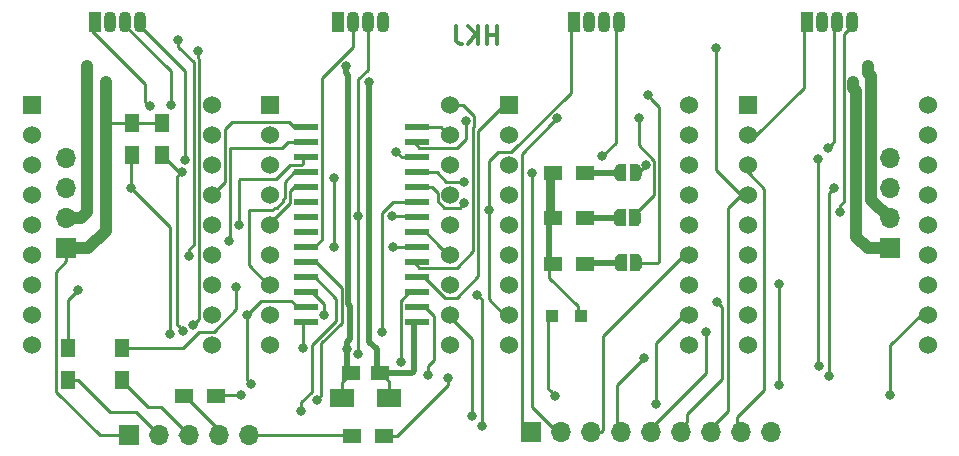
<source format=gbr>
G04 #@! TF.GenerationSoftware,KiCad,Pcbnew,(5.1.4)-1*
G04 #@! TF.CreationDate,2019-09-25T15:42:07+02:00*
G04 #@! TF.ProjectId,Display4x16segment,44697370-6c61-4793-9478-31367365676d,rev?*
G04 #@! TF.SameCoordinates,Original*
G04 #@! TF.FileFunction,Copper,L2,Bot*
G04 #@! TF.FilePolarity,Positive*
%FSLAX46Y46*%
G04 Gerber Fmt 4.6, Leading zero omitted, Abs format (unit mm)*
G04 Created by KiCad (PCBNEW (5.1.4)-1) date 2019-09-25 15:42:07*
%MOMM*%
%LPD*%
G04 APERTURE LIST*
%ADD10C,0.300000*%
%ADD11R,2.000000X1.600000*%
%ADD12R,1.500000X1.300000*%
%ADD13R,1.300000X1.500000*%
%ADD14R,1.700000X1.700000*%
%ADD15O,1.700000X1.700000*%
%ADD16C,1.524000*%
%ADD17R,1.524000X1.524000*%
%ADD18R,2.000000X0.600000*%
%ADD19C,0.500000*%
%ADD20C,0.100000*%
%ADD21R,1.070000X1.800000*%
%ADD22O,1.070000X1.800000*%
%ADD23R,1.000000X1.000000*%
%ADD24R,1.500000X1.250000*%
%ADD25C,0.800000*%
%ADD26C,0.500000*%
%ADD27C,1.000000*%
%ADD28C,0.250000*%
G04 APERTURE END LIST*
D10*
X191750000Y-104678571D02*
X191750000Y-103178571D01*
X191750000Y-103892857D02*
X190892857Y-103892857D01*
X190892857Y-104678571D02*
X190892857Y-103178571D01*
X190178571Y-104678571D02*
X190178571Y-103178571D01*
X189321428Y-104678571D02*
X189964285Y-103821428D01*
X189321428Y-103178571D02*
X190178571Y-104035714D01*
X188250000Y-103178571D02*
X188250000Y-104250000D01*
X188321428Y-104464285D01*
X188464285Y-104607142D01*
X188678571Y-104678571D01*
X188821428Y-104678571D01*
D11*
X182620000Y-134620000D03*
X178620000Y-134620000D03*
D12*
X179500000Y-137900000D03*
X182200000Y-137900000D03*
X165250000Y-134500000D03*
X167950000Y-134500000D03*
D13*
X160000000Y-133100000D03*
X160000000Y-130400000D03*
X155400000Y-133100000D03*
X155400000Y-130400000D03*
D14*
X160600000Y-137800000D03*
D15*
X163140000Y-137800000D03*
X165680000Y-137800000D03*
X168220000Y-137800000D03*
X170760000Y-137800000D03*
D14*
X225000000Y-122000000D03*
D15*
X225000000Y-119460000D03*
X225000000Y-116920000D03*
X225000000Y-114380000D03*
D16*
X228220000Y-109840000D03*
X228220000Y-112380000D03*
X228220000Y-114920000D03*
X228220000Y-117460000D03*
X228220000Y-120000000D03*
X228220000Y-122540000D03*
X228220000Y-125080000D03*
X228220000Y-127620000D03*
X228220000Y-130160000D03*
X212980000Y-130160000D03*
X212980000Y-127620000D03*
X212980000Y-125080000D03*
X212980000Y-122540000D03*
X212980000Y-120000000D03*
X212980000Y-117460000D03*
X212980000Y-114920000D03*
X212980000Y-112380000D03*
D17*
X212980000Y-109840000D03*
D18*
X175600000Y-128255000D03*
X175600000Y-126985000D03*
X175600000Y-125715000D03*
X175600000Y-124445000D03*
X175600000Y-123175000D03*
X175600000Y-121905000D03*
X175600000Y-120635000D03*
X175600000Y-119365000D03*
X175600000Y-118095000D03*
X175600000Y-116825000D03*
X175600000Y-115555000D03*
X175600000Y-114285000D03*
X175600000Y-113015000D03*
X175600000Y-111745000D03*
X185000000Y-111745000D03*
X185000000Y-113015000D03*
X185000000Y-114285000D03*
X185000000Y-115555000D03*
X185000000Y-116825000D03*
X185000000Y-118095000D03*
X185000000Y-119365000D03*
X185000000Y-120635000D03*
X185000000Y-121905000D03*
X185000000Y-123175000D03*
X185000000Y-124445000D03*
X185000000Y-125715000D03*
X185000000Y-126985000D03*
X185000000Y-128255000D03*
D16*
X208020000Y-109840000D03*
X208020000Y-112380000D03*
X208020000Y-114920000D03*
X208020000Y-117460000D03*
X208020000Y-120000000D03*
X208020000Y-122540000D03*
X208020000Y-125080000D03*
X208020000Y-127620000D03*
X208020000Y-130160000D03*
X192780000Y-130160000D03*
X192780000Y-127620000D03*
X192780000Y-125080000D03*
X192780000Y-122540000D03*
X192780000Y-120000000D03*
X192780000Y-117460000D03*
X192780000Y-114920000D03*
X192780000Y-112380000D03*
D17*
X192780000Y-109840000D03*
D16*
X187820000Y-109840000D03*
X187820000Y-112380000D03*
X187820000Y-114920000D03*
X187820000Y-117460000D03*
X187820000Y-120000000D03*
X187820000Y-122540000D03*
X187820000Y-125080000D03*
X187820000Y-127620000D03*
X187820000Y-130160000D03*
X172580000Y-130160000D03*
X172580000Y-127620000D03*
X172580000Y-125080000D03*
X172580000Y-122540000D03*
X172580000Y-120000000D03*
X172580000Y-117460000D03*
X172580000Y-114920000D03*
X172580000Y-112380000D03*
D17*
X172580000Y-109840000D03*
D16*
X167620000Y-109840000D03*
X167620000Y-112380000D03*
X167620000Y-114920000D03*
X167620000Y-117460000D03*
X167620000Y-120000000D03*
X167620000Y-122540000D03*
X167620000Y-125080000D03*
X167620000Y-127620000D03*
X167620000Y-130160000D03*
X152380000Y-130160000D03*
X152380000Y-127620000D03*
X152380000Y-125080000D03*
X152380000Y-122540000D03*
X152380000Y-120000000D03*
X152380000Y-117460000D03*
X152380000Y-114920000D03*
X152380000Y-112380000D03*
D17*
X152380000Y-109840000D03*
D13*
X160900000Y-114100000D03*
X160900000Y-111400000D03*
X163400000Y-114100000D03*
X163400000Y-111400000D03*
D12*
X196479460Y-123296680D03*
X199179460Y-123296680D03*
X196482000Y-119380000D03*
X199182000Y-119380000D03*
X196482000Y-115570000D03*
X199182000Y-115570000D03*
D19*
X202200000Y-115570000D03*
D20*
G36*
X202200000Y-116319398D02*
G01*
X202175466Y-116319398D01*
X202126635Y-116314588D01*
X202078510Y-116305016D01*
X202031555Y-116290772D01*
X201986222Y-116271995D01*
X201942949Y-116248864D01*
X201902150Y-116221604D01*
X201864221Y-116190476D01*
X201829524Y-116155779D01*
X201798396Y-116117850D01*
X201771136Y-116077051D01*
X201748005Y-116033778D01*
X201729228Y-115988445D01*
X201714984Y-115941490D01*
X201705412Y-115893365D01*
X201700602Y-115844534D01*
X201700602Y-115820000D01*
X201700000Y-115820000D01*
X201700000Y-115320000D01*
X201700602Y-115320000D01*
X201700602Y-115295466D01*
X201705412Y-115246635D01*
X201714984Y-115198510D01*
X201729228Y-115151555D01*
X201748005Y-115106222D01*
X201771136Y-115062949D01*
X201798396Y-115022150D01*
X201829524Y-114984221D01*
X201864221Y-114949524D01*
X201902150Y-114918396D01*
X201942949Y-114891136D01*
X201986222Y-114868005D01*
X202031555Y-114849228D01*
X202078510Y-114834984D01*
X202126635Y-114825412D01*
X202175466Y-114820602D01*
X202200000Y-114820602D01*
X202200000Y-114820000D01*
X202700000Y-114820000D01*
X202700000Y-116320000D01*
X202200000Y-116320000D01*
X202200000Y-116319398D01*
X202200000Y-116319398D01*
G37*
D19*
X203500000Y-115570000D03*
D20*
G36*
X203000000Y-114820000D02*
G01*
X203500000Y-114820000D01*
X203500000Y-114820602D01*
X203524534Y-114820602D01*
X203573365Y-114825412D01*
X203621490Y-114834984D01*
X203668445Y-114849228D01*
X203713778Y-114868005D01*
X203757051Y-114891136D01*
X203797850Y-114918396D01*
X203835779Y-114949524D01*
X203870476Y-114984221D01*
X203901604Y-115022150D01*
X203928864Y-115062949D01*
X203951995Y-115106222D01*
X203970772Y-115151555D01*
X203985016Y-115198510D01*
X203994588Y-115246635D01*
X203999398Y-115295466D01*
X203999398Y-115320000D01*
X204000000Y-115320000D01*
X204000000Y-115820000D01*
X203999398Y-115820000D01*
X203999398Y-115844534D01*
X203994588Y-115893365D01*
X203985016Y-115941490D01*
X203970772Y-115988445D01*
X203951995Y-116033778D01*
X203928864Y-116077051D01*
X203901604Y-116117850D01*
X203870476Y-116155779D01*
X203835779Y-116190476D01*
X203797850Y-116221604D01*
X203757051Y-116248864D01*
X203713778Y-116271995D01*
X203668445Y-116290772D01*
X203621490Y-116305016D01*
X203573365Y-116314588D01*
X203524534Y-116319398D01*
X203500000Y-116319398D01*
X203500000Y-116320000D01*
X203000000Y-116320000D01*
X203000000Y-114820000D01*
X203000000Y-114820000D01*
G37*
D19*
X202230000Y-123190000D03*
D20*
G36*
X202230000Y-123939398D02*
G01*
X202205466Y-123939398D01*
X202156635Y-123934588D01*
X202108510Y-123925016D01*
X202061555Y-123910772D01*
X202016222Y-123891995D01*
X201972949Y-123868864D01*
X201932150Y-123841604D01*
X201894221Y-123810476D01*
X201859524Y-123775779D01*
X201828396Y-123737850D01*
X201801136Y-123697051D01*
X201778005Y-123653778D01*
X201759228Y-123608445D01*
X201744984Y-123561490D01*
X201735412Y-123513365D01*
X201730602Y-123464534D01*
X201730602Y-123440000D01*
X201730000Y-123440000D01*
X201730000Y-122940000D01*
X201730602Y-122940000D01*
X201730602Y-122915466D01*
X201735412Y-122866635D01*
X201744984Y-122818510D01*
X201759228Y-122771555D01*
X201778005Y-122726222D01*
X201801136Y-122682949D01*
X201828396Y-122642150D01*
X201859524Y-122604221D01*
X201894221Y-122569524D01*
X201932150Y-122538396D01*
X201972949Y-122511136D01*
X202016222Y-122488005D01*
X202061555Y-122469228D01*
X202108510Y-122454984D01*
X202156635Y-122445412D01*
X202205466Y-122440602D01*
X202230000Y-122440602D01*
X202230000Y-122440000D01*
X202730000Y-122440000D01*
X202730000Y-123940000D01*
X202230000Y-123940000D01*
X202230000Y-123939398D01*
X202230000Y-123939398D01*
G37*
D19*
X203530000Y-123190000D03*
D20*
G36*
X203030000Y-122440000D02*
G01*
X203530000Y-122440000D01*
X203530000Y-122440602D01*
X203554534Y-122440602D01*
X203603365Y-122445412D01*
X203651490Y-122454984D01*
X203698445Y-122469228D01*
X203743778Y-122488005D01*
X203787051Y-122511136D01*
X203827850Y-122538396D01*
X203865779Y-122569524D01*
X203900476Y-122604221D01*
X203931604Y-122642150D01*
X203958864Y-122682949D01*
X203981995Y-122726222D01*
X204000772Y-122771555D01*
X204015016Y-122818510D01*
X204024588Y-122866635D01*
X204029398Y-122915466D01*
X204029398Y-122940000D01*
X204030000Y-122940000D01*
X204030000Y-123440000D01*
X204029398Y-123440000D01*
X204029398Y-123464534D01*
X204024588Y-123513365D01*
X204015016Y-123561490D01*
X204000772Y-123608445D01*
X203981995Y-123653778D01*
X203958864Y-123697051D01*
X203931604Y-123737850D01*
X203900476Y-123775779D01*
X203865779Y-123810476D01*
X203827850Y-123841604D01*
X203787051Y-123868864D01*
X203743778Y-123891995D01*
X203698445Y-123910772D01*
X203651490Y-123925016D01*
X203603365Y-123934588D01*
X203554534Y-123939398D01*
X203530000Y-123939398D01*
X203530000Y-123940000D01*
X203030000Y-123940000D01*
X203030000Y-122440000D01*
X203030000Y-122440000D01*
G37*
D19*
X202150000Y-119380000D03*
D20*
G36*
X202150000Y-120129398D02*
G01*
X202125466Y-120129398D01*
X202076635Y-120124588D01*
X202028510Y-120115016D01*
X201981555Y-120100772D01*
X201936222Y-120081995D01*
X201892949Y-120058864D01*
X201852150Y-120031604D01*
X201814221Y-120000476D01*
X201779524Y-119965779D01*
X201748396Y-119927850D01*
X201721136Y-119887051D01*
X201698005Y-119843778D01*
X201679228Y-119798445D01*
X201664984Y-119751490D01*
X201655412Y-119703365D01*
X201650602Y-119654534D01*
X201650602Y-119630000D01*
X201650000Y-119630000D01*
X201650000Y-119130000D01*
X201650602Y-119130000D01*
X201650602Y-119105466D01*
X201655412Y-119056635D01*
X201664984Y-119008510D01*
X201679228Y-118961555D01*
X201698005Y-118916222D01*
X201721136Y-118872949D01*
X201748396Y-118832150D01*
X201779524Y-118794221D01*
X201814221Y-118759524D01*
X201852150Y-118728396D01*
X201892949Y-118701136D01*
X201936222Y-118678005D01*
X201981555Y-118659228D01*
X202028510Y-118644984D01*
X202076635Y-118635412D01*
X202125466Y-118630602D01*
X202150000Y-118630602D01*
X202150000Y-118630000D01*
X202650000Y-118630000D01*
X202650000Y-120130000D01*
X202150000Y-120130000D01*
X202150000Y-120129398D01*
X202150000Y-120129398D01*
G37*
D19*
X203450000Y-119380000D03*
D20*
G36*
X202950000Y-118630000D02*
G01*
X203450000Y-118630000D01*
X203450000Y-118630602D01*
X203474534Y-118630602D01*
X203523365Y-118635412D01*
X203571490Y-118644984D01*
X203618445Y-118659228D01*
X203663778Y-118678005D01*
X203707051Y-118701136D01*
X203747850Y-118728396D01*
X203785779Y-118759524D01*
X203820476Y-118794221D01*
X203851604Y-118832150D01*
X203878864Y-118872949D01*
X203901995Y-118916222D01*
X203920772Y-118961555D01*
X203935016Y-119008510D01*
X203944588Y-119056635D01*
X203949398Y-119105466D01*
X203949398Y-119130000D01*
X203950000Y-119130000D01*
X203950000Y-119630000D01*
X203949398Y-119630000D01*
X203949398Y-119654534D01*
X203944588Y-119703365D01*
X203935016Y-119751490D01*
X203920772Y-119798445D01*
X203901995Y-119843778D01*
X203878864Y-119887051D01*
X203851604Y-119927850D01*
X203820476Y-119965779D01*
X203785779Y-120000476D01*
X203747850Y-120031604D01*
X203707051Y-120058864D01*
X203663778Y-120081995D01*
X203618445Y-120100772D01*
X203571490Y-120115016D01*
X203523365Y-120124588D01*
X203474534Y-120129398D01*
X203450000Y-120129398D01*
X203450000Y-120130000D01*
X202950000Y-120130000D01*
X202950000Y-118630000D01*
X202950000Y-118630000D01*
G37*
D14*
X155300000Y-122000000D03*
D15*
X155300000Y-119460000D03*
X155300000Y-116920000D03*
X155300000Y-114380000D03*
D14*
X194610000Y-137500000D03*
D15*
X197150000Y-137500000D03*
X199690000Y-137500000D03*
X202230000Y-137500000D03*
X204770000Y-137500000D03*
X207310000Y-137500000D03*
X209850000Y-137500000D03*
X212390000Y-137500000D03*
X214930000Y-137500000D03*
D21*
X218030000Y-102800000D03*
D22*
X219300000Y-102800000D03*
X220570000Y-102800000D03*
X221840000Y-102800000D03*
D21*
X198300000Y-102800000D03*
D22*
X199570000Y-102800000D03*
X200840000Y-102800000D03*
X202110000Y-102800000D03*
D21*
X178300000Y-102800000D03*
D22*
X179570000Y-102800000D03*
X180840000Y-102800000D03*
X182110000Y-102800000D03*
D23*
X196382280Y-127703580D03*
X198882280Y-127703580D03*
D21*
X157760000Y-102800000D03*
D22*
X159030000Y-102800000D03*
X160300000Y-102800000D03*
X161570000Y-102800000D03*
D24*
X181890000Y-132500000D03*
X179390000Y-132500000D03*
D25*
X180947060Y-107871260D03*
X221928740Y-107871260D03*
X158628741Y-107871259D03*
X178993800Y-106555540D03*
X175308260Y-130462020D03*
X179090000Y-130497260D03*
X223144460Y-106555540D03*
X157065980Y-106555540D03*
X204513180Y-109011720D03*
X162400000Y-109899994D03*
X203771621Y-110927001D03*
X196853900Y-110971420D03*
X164119440Y-109819440D03*
X204345300Y-114920000D03*
X182928260Y-121848880D03*
X178000660Y-121848880D03*
X194736630Y-115644904D03*
X177925010Y-116007001D03*
X165357978Y-114475020D03*
X170906440Y-133469380D03*
X170600000Y-127600000D03*
X196700000Y-134500000D03*
X164762184Y-104363520D03*
X165694358Y-122626120D03*
X182831740Y-119275000D03*
X204211041Y-131247001D03*
X180032660Y-119278400D03*
X180004448Y-130901968D03*
X209415739Y-129072999D03*
X166424450Y-105321007D03*
X182000000Y-129099994D03*
X166047344Y-128468934D03*
X188989060Y-118185000D03*
X191063270Y-118777338D03*
X210383479Y-126532999D03*
X188989059Y-116372999D03*
X210281520Y-104983280D03*
X183237781Y-113832999D03*
X200670160Y-114192001D03*
X189100002Y-111200000D03*
X219811721Y-113467001D03*
X220795001Y-118904999D03*
X189687200Y-136212580D03*
X177116829Y-127589798D03*
X185948320Y-132737859D03*
X220275000Y-116900001D03*
X219836920Y-132836920D03*
X160800000Y-116900000D03*
X164099994Y-129200000D03*
X169882011Y-120000000D03*
X169075719Y-121404999D03*
X205242160Y-135149420D03*
X175200000Y-135799998D03*
X225054160Y-134424420D03*
X176500000Y-134800000D03*
X183604703Y-131650000D03*
X218900000Y-114400000D03*
X219000000Y-131972001D03*
X165100000Y-115500000D03*
X165200000Y-129000000D03*
X156300000Y-125500000D03*
X169700000Y-125300000D03*
X190100000Y-125900000D03*
X190500000Y-137000000D03*
X170100000Y-134400000D03*
X215600000Y-125000000D03*
X215600000Y-133561920D03*
X187600000Y-132999999D03*
D26*
X181570000Y-132520000D02*
X181590000Y-132500000D01*
X181590000Y-132500000D02*
X181590000Y-130548002D01*
X180947060Y-129905062D02*
X180947060Y-108436945D01*
X180947060Y-108436945D02*
X180947060Y-107871260D01*
X181590000Y-130548002D02*
X180947060Y-129905062D01*
X184700000Y-129055000D02*
X184700000Y-128255000D01*
X184700000Y-132400000D02*
X184700000Y-129055000D01*
X181590000Y-132500000D02*
X184600000Y-132500000D01*
X184600000Y-132500000D02*
X184700000Y-132400000D01*
D27*
X221928740Y-108436945D02*
X221928740Y-107871260D01*
X225000000Y-122000000D02*
X223150000Y-122000000D01*
X223150000Y-122000000D02*
X222200001Y-121050001D01*
X222200001Y-108708206D02*
X221928740Y-108436945D01*
X222200001Y-121050001D02*
X222200001Y-108708206D01*
X157150000Y-122000000D02*
X158628741Y-120521259D01*
X155300000Y-122000000D02*
X157150000Y-122000000D01*
D28*
X163400000Y-111400000D02*
X160900000Y-111400000D01*
X158757482Y-111400000D02*
X158628741Y-111528741D01*
X160900000Y-111400000D02*
X158757482Y-111400000D01*
D27*
X158628741Y-120521259D02*
X158628741Y-111528741D01*
X158628741Y-111528741D02*
X158628741Y-107871259D01*
D28*
X155300000Y-123100000D02*
X155300000Y-122000000D01*
X154424999Y-123975001D02*
X155300000Y-123100000D01*
X154424999Y-134110001D02*
X154424999Y-123975001D01*
X158114998Y-137800000D02*
X154424999Y-134110001D01*
X160600000Y-137800000D02*
X158114998Y-137800000D01*
X182620000Y-133230000D02*
X181890000Y-132500000D01*
X182620000Y-134620000D02*
X182620000Y-133230000D01*
X175300000Y-128255000D02*
X175300000Y-130453760D01*
X175300000Y-130453760D02*
X175308260Y-130462020D01*
D26*
X179090000Y-132500000D02*
X179090000Y-130497260D01*
X179090000Y-129931575D02*
X179320103Y-129701472D01*
X179320103Y-129701472D02*
X179320103Y-126857342D01*
X179320103Y-126857342D02*
X179179943Y-126717182D01*
X179179943Y-107307368D02*
X178993800Y-107121225D01*
X179090000Y-130497260D02*
X179090000Y-129931575D01*
X178993800Y-107121225D02*
X178993800Y-106555540D01*
X179179943Y-126717182D02*
X179179943Y-107307368D01*
D27*
X223144460Y-107121225D02*
X223144460Y-106555540D01*
X225000000Y-119460000D02*
X223400012Y-117860012D01*
X223400012Y-107376777D02*
X223144460Y-107121225D01*
X223400012Y-117860012D02*
X223400012Y-107376777D01*
X157065980Y-107121225D02*
X157065980Y-106555540D01*
X157065980Y-118896101D02*
X157065980Y-107121225D01*
X156502081Y-119460000D02*
X157065980Y-118896101D01*
X155300000Y-119460000D02*
X156502081Y-119460000D01*
D28*
X178620000Y-133270000D02*
X179390000Y-132500000D01*
X178620000Y-134620000D02*
X178620000Y-133270000D01*
X176300000Y-121905000D02*
X175600000Y-121905000D01*
X176925001Y-121279999D02*
X176300000Y-121905000D01*
X176925001Y-107551337D02*
X176925001Y-121279999D01*
X179570000Y-104906338D02*
X176925001Y-107551337D01*
X179570000Y-102800000D02*
X179570000Y-104906338D01*
X204913179Y-109411719D02*
X204513180Y-109011720D01*
X205520311Y-110018851D02*
X204913179Y-109411719D01*
X205520311Y-123030927D02*
X205520311Y-110018851D01*
X205361238Y-123190000D02*
X205520311Y-123030927D01*
X203230000Y-123190000D02*
X205361238Y-123190000D01*
X185615002Y-124445000D02*
X187337003Y-126167001D01*
X184700000Y-124445000D02*
X185615002Y-124445000D01*
X190164070Y-124344692D02*
X190164070Y-112055930D01*
X190164070Y-112055930D02*
X192380000Y-109840000D01*
X187337003Y-126167001D02*
X188341761Y-126167001D01*
X188341761Y-126167001D02*
X190164070Y-124344692D01*
X162000001Y-109600001D02*
X162299994Y-109899994D01*
X162299994Y-109899994D02*
X162400000Y-109899994D01*
X162000001Y-108100001D02*
X162000001Y-109600001D01*
X157460000Y-102870000D02*
X157460000Y-103560000D01*
X157460000Y-103560000D02*
X162000001Y-108100001D01*
X203150000Y-119380000D02*
X205070301Y-117459699D01*
X205070301Y-117459699D02*
X205070301Y-114571999D01*
X205070301Y-114571999D02*
X203771621Y-113273319D01*
X203771621Y-113273319D02*
X203771621Y-110927001D01*
X189825008Y-110752004D02*
X188913004Y-109840000D01*
X188913004Y-109840000D02*
X187620000Y-109840000D01*
X185152001Y-123627001D02*
X188341761Y-123627001D01*
X189714060Y-111758943D02*
X189825008Y-111647995D01*
X189714060Y-122254702D02*
X189714060Y-111758943D01*
X189825008Y-111647995D02*
X189825008Y-110752004D01*
X188341761Y-123627001D02*
X189714060Y-122254702D01*
X184700000Y-123175000D02*
X185152001Y-123627001D01*
X196453901Y-111371419D02*
X196853900Y-110971420D01*
X193867001Y-113958319D02*
X196453901Y-111371419D01*
X193867001Y-137057001D02*
X193867001Y-113958319D01*
X194310000Y-137500000D02*
X193867001Y-137057001D01*
X160000000Y-102870000D02*
X164119440Y-106989440D01*
X164119440Y-109253755D02*
X164119440Y-109819440D01*
X164119440Y-106989440D02*
X164119440Y-109253755D01*
X203695300Y-115570000D02*
X204345300Y-114920000D01*
X203200000Y-115570000D02*
X203695300Y-115570000D01*
X184700000Y-121905000D02*
X182984380Y-121905000D01*
X182984380Y-121905000D02*
X182928260Y-121848880D01*
X196850000Y-137500000D02*
X194736630Y-135386630D01*
X194736630Y-135386630D02*
X194736630Y-115644904D01*
X178000660Y-121848880D02*
X178000660Y-116082651D01*
X178000660Y-116082651D02*
X177925010Y-116007001D01*
X161270000Y-102870000D02*
X165357978Y-106957978D01*
X165357978Y-113909335D02*
X165357978Y-114475020D01*
X165357978Y-106957978D02*
X165357978Y-113909335D01*
X175300000Y-126985000D02*
X175015000Y-126985000D01*
X171765000Y-126435000D02*
X170600000Y-127600000D01*
X174350000Y-126435000D02*
X171765000Y-126435000D01*
X175600000Y-126985000D02*
X174900000Y-126985000D01*
X174900000Y-126985000D02*
X174350000Y-126435000D01*
X170600000Y-133162940D02*
X170906440Y-133469380D01*
X170600000Y-127600000D02*
X170600000Y-133162940D01*
X196082280Y-127703580D02*
X196082280Y-133882280D01*
X196082280Y-133882280D02*
X196300001Y-134100001D01*
X196300001Y-134100001D02*
X196700000Y-134500000D01*
X186858001Y-121778001D02*
X187620000Y-122540000D01*
X185715000Y-120635000D02*
X186858001Y-121778001D01*
X184700000Y-120635000D02*
X185715000Y-120635000D01*
X206858001Y-123301999D02*
X207620000Y-122540000D01*
X200754999Y-129405001D02*
X206858001Y-123301999D01*
X200754999Y-137337082D02*
X200754999Y-129405001D01*
X200592081Y-137500000D02*
X200754999Y-137337082D01*
X199390000Y-137500000D02*
X200592081Y-137500000D01*
X166082988Y-106250009D02*
X166082988Y-121671805D01*
X166082988Y-121671805D02*
X165694358Y-122060435D01*
X165694358Y-122060435D02*
X165694358Y-122626120D01*
X164762184Y-104929205D02*
X166082988Y-106250009D01*
X164762184Y-104363520D02*
X164762184Y-104929205D01*
X184610000Y-119275000D02*
X184700000Y-119365000D01*
X182831740Y-119275000D02*
X184610000Y-119275000D01*
X201930000Y-133528042D02*
X204211041Y-131247001D01*
X201930000Y-137500000D02*
X201930000Y-133528042D01*
X180032660Y-119278400D02*
X180032660Y-130720623D01*
X180032660Y-130720623D02*
X180032660Y-130873756D01*
X180032660Y-130873756D02*
X180004448Y-130901968D01*
X180032660Y-118712715D02*
X180032660Y-119278400D01*
X180032660Y-107667340D02*
X180032660Y-118712715D01*
X180840000Y-106860000D02*
X180032660Y-107667340D01*
X180840000Y-102800000D02*
X180840000Y-106860000D01*
X209415739Y-132554261D02*
X209415739Y-129072999D01*
X204470000Y-137500000D02*
X209415739Y-132554261D01*
X182000000Y-119033738D02*
X182000000Y-128534309D01*
X182000000Y-128534309D02*
X182000000Y-129099994D01*
X182938738Y-118095000D02*
X182000000Y-119033738D01*
X184700000Y-118095000D02*
X182938738Y-118095000D01*
X166532999Y-105995241D02*
X166532999Y-127983279D01*
X166424450Y-105321007D02*
X166424450Y-105886692D01*
X166532999Y-127983279D02*
X166447343Y-128068935D01*
X166447343Y-128068935D02*
X166047344Y-128468934D01*
X166424450Y-105886692D02*
X166532999Y-105995241D01*
X191063270Y-126303270D02*
X192380000Y-127620000D01*
X191063270Y-118777338D02*
X191063270Y-126303270D01*
X207859999Y-136050921D02*
X210842989Y-133067931D01*
X207010000Y-137500000D02*
X207859999Y-136650001D01*
X207859999Y-136650001D02*
X207859999Y-136050921D01*
X210842989Y-126992509D02*
X210383479Y-126532999D01*
X210842989Y-133067931D02*
X210842989Y-126992509D01*
X198000000Y-108800000D02*
X198000000Y-102870000D01*
X192967001Y-113832999D02*
X198000000Y-108800000D01*
X191858239Y-113832999D02*
X192967001Y-113832999D01*
X191063270Y-118777338D02*
X191063270Y-114627968D01*
X191063270Y-114627968D02*
X191858239Y-113832999D01*
X188627059Y-118547001D02*
X188989060Y-118185000D01*
X187298239Y-118547001D02*
X188627059Y-118547001D01*
X186732999Y-117981761D02*
X187298239Y-118547001D01*
X186732999Y-117332999D02*
X186732999Y-117981761D01*
X184700000Y-116825000D02*
X186225000Y-116825000D01*
X186225000Y-116825000D02*
X186732999Y-117332999D01*
X184700000Y-115555000D02*
X185400000Y-115555000D01*
X187464237Y-116372999D02*
X188989059Y-116372999D01*
X186646238Y-115555000D02*
X187464237Y-116372999D01*
X184700000Y-115555000D02*
X186646238Y-115555000D01*
X211618001Y-118221999D02*
X212380000Y-117460000D01*
X211292999Y-118547001D02*
X211618001Y-118221999D01*
X211292999Y-135757001D02*
X211292999Y-118547001D01*
X209550000Y-137500000D02*
X211292999Y-135757001D01*
X210281520Y-115361520D02*
X212380000Y-117460000D01*
X210281520Y-104983280D02*
X210281520Y-115361520D01*
X184700000Y-114285000D02*
X185376238Y-114285000D01*
X183689782Y-114285000D02*
X183237781Y-113832999D01*
X184700000Y-114285000D02*
X183689782Y-114285000D01*
X201810000Y-102870000D02*
X201810000Y-113052161D01*
X201810000Y-113052161D02*
X200670160Y-114192001D01*
X213141999Y-115681999D02*
X212380000Y-114920000D01*
X214400000Y-116940000D02*
X213141999Y-115681999D01*
X214400000Y-133987919D02*
X214400000Y-116940000D01*
X212090000Y-137500000D02*
X212090000Y-136297919D01*
X212090000Y-136297919D02*
X214400000Y-133987919D01*
X213720000Y-112380000D02*
X212380000Y-112380000D01*
X217730000Y-102870000D02*
X217730000Y-108370000D01*
X217730000Y-108370000D02*
X213720000Y-112380000D01*
X184700000Y-113015000D02*
X185152001Y-113467001D01*
X189100002Y-111765685D02*
X189100002Y-111200000D01*
X185152001Y-113467001D02*
X188341761Y-113467001D01*
X189100002Y-112708760D02*
X189100002Y-111765685D01*
X188341761Y-113467001D02*
X189100002Y-112708760D01*
X186985000Y-111745000D02*
X187620000Y-112380000D01*
X184700000Y-111745000D02*
X186985000Y-111745000D01*
X220270000Y-102870000D02*
X220270000Y-113008722D01*
X220211720Y-113067002D02*
X219811721Y-113467001D01*
X168381999Y-116698001D02*
X167620000Y-117460000D01*
X174600000Y-111745000D02*
X174147999Y-111292999D01*
X175300000Y-111745000D02*
X174600000Y-111745000D01*
X174147999Y-111292999D02*
X169328741Y-111292999D01*
X169328741Y-111292999D02*
X168707001Y-111914739D01*
X168707001Y-111914739D02*
X168707001Y-116372999D01*
X168707001Y-116372999D02*
X168381999Y-116698001D01*
X221540000Y-102870000D02*
X221540000Y-103411237D01*
X220795001Y-118339314D02*
X220795001Y-118904999D01*
X221100001Y-118034314D02*
X220795001Y-118339314D01*
X221540000Y-103411237D02*
X221100001Y-103851236D01*
X221100001Y-103851236D02*
X221100001Y-118034314D01*
X187620000Y-127620000D02*
X189687200Y-129687200D01*
X189687200Y-129687200D02*
X189687200Y-136212580D01*
X175300000Y-125715000D02*
X176120847Y-125715000D01*
X177116829Y-127024113D02*
X177116829Y-127589798D01*
X176120847Y-125715000D02*
X177116829Y-126710982D01*
X177116829Y-126710982D02*
X177116829Y-127024113D01*
X184700000Y-126985000D02*
X185400000Y-126985000D01*
X185948320Y-132172174D02*
X185948320Y-132737859D01*
X185948320Y-131907716D02*
X185948320Y-132172174D01*
X186400000Y-131456036D02*
X185948320Y-131907716D01*
X186400000Y-127685000D02*
X186400000Y-131456036D01*
X185700000Y-126985000D02*
X186400000Y-127685000D01*
X185000000Y-126985000D02*
X185700000Y-126985000D01*
X219875001Y-132798839D02*
X219836920Y-132836920D01*
X219875001Y-117300000D02*
X219875001Y-132798839D01*
X220275000Y-116900001D02*
X219875001Y-117300000D01*
X160800000Y-114200000D02*
X160900000Y-114100000D01*
X160800000Y-116900000D02*
X160800000Y-114200000D01*
X164099994Y-128634315D02*
X164099994Y-129200000D01*
X164099994Y-120199994D02*
X164099994Y-128634315D01*
X160800000Y-116900000D02*
X164099994Y-120199994D01*
D26*
X198882000Y-115570000D02*
X201900000Y-115570000D01*
X201850000Y-119380000D02*
X198882000Y-119380000D01*
X198882000Y-123190000D02*
X201850000Y-123190000D01*
D28*
X169882011Y-116232131D02*
X169882011Y-120000000D01*
X175300000Y-114835000D02*
X175205001Y-114929999D01*
X175300000Y-114285000D02*
X175300000Y-114835000D01*
X175205001Y-114929999D02*
X174270001Y-114929999D01*
X174270001Y-114929999D02*
X173055960Y-116144040D01*
X173055960Y-116144040D02*
X169970102Y-116144040D01*
X169970102Y-116144040D02*
X169882011Y-116232131D01*
X170731180Y-123431180D02*
X172380000Y-125080000D01*
X172737220Y-118762780D02*
X170731180Y-118762780D01*
X173101761Y-118547001D02*
X172952999Y-118547001D01*
X170731180Y-118762780D02*
X170731180Y-123431180D01*
X173667001Y-117981761D02*
X173101761Y-118547001D01*
X173800000Y-117700000D02*
X173667001Y-117832999D01*
X173800000Y-116355000D02*
X173800000Y-117700000D01*
X173667001Y-117832999D02*
X173667001Y-117981761D01*
X172952999Y-118547001D02*
X172737220Y-118762780D01*
X175300000Y-115555000D02*
X174600000Y-115555000D01*
X174600000Y-115555000D02*
X173800000Y-116355000D01*
X175300000Y-113015000D02*
X174600000Y-113015000D01*
X174050000Y-113015000D02*
X173590500Y-113474500D01*
X175300000Y-113015000D02*
X174050000Y-113015000D01*
X173590500Y-113474500D02*
X169157011Y-113474500D01*
X169157011Y-121323707D02*
X169075719Y-121404999D01*
X169157011Y-113474500D02*
X169157011Y-121323707D01*
X175300000Y-116825000D02*
X174600000Y-116825000D01*
X174250011Y-118129989D02*
X172380000Y-120000000D01*
X174250011Y-117174989D02*
X174250011Y-118129989D01*
X174600000Y-116825000D02*
X174250011Y-117174989D01*
X205242160Y-129997840D02*
X207620000Y-127620000D01*
X205242160Y-135149420D02*
X205242160Y-129997840D01*
X178154921Y-126254921D02*
X178154921Y-128118081D01*
X175300000Y-124445000D02*
X176345000Y-124445000D01*
X176345000Y-124445000D02*
X178154921Y-126254921D01*
X176074999Y-134151999D02*
X175200000Y-135026998D01*
X175200000Y-135234313D02*
X175200000Y-135799998D01*
X175200000Y-135026998D02*
X175200000Y-135234313D01*
X178154921Y-128118081D02*
X176074999Y-130198003D01*
X176074999Y-130198003D02*
X176074999Y-134151999D01*
X225054160Y-130185840D02*
X227620000Y-127620000D01*
X225054160Y-134424420D02*
X225054160Y-130185840D01*
X176899999Y-134400001D02*
X176500000Y-134800000D01*
X176899999Y-130009414D02*
X176899999Y-134400001D01*
X178604932Y-128304481D02*
X176899999Y-130009414D01*
X176437500Y-123175000D02*
X178604932Y-125342432D01*
X178604932Y-125342432D02*
X178604932Y-128304481D01*
X175300000Y-123175000D02*
X176437500Y-123175000D01*
X183604703Y-126410297D02*
X183604703Y-131650000D01*
X185000000Y-125715000D02*
X184300000Y-125715000D01*
X184300000Y-125715000D02*
X183604703Y-126410297D01*
X218900000Y-114400000D02*
X218900000Y-131872001D01*
X218900000Y-131872001D02*
X219000000Y-131972001D01*
X164800000Y-115500000D02*
X163400000Y-114100000D01*
X165100000Y-115500000D02*
X164800000Y-115500000D01*
X165100000Y-115500000D02*
X164700001Y-115899999D01*
X164700001Y-128500001D02*
X164800001Y-128600001D01*
X164800001Y-128600001D02*
X165200000Y-129000000D01*
X164700001Y-115899999D02*
X164700001Y-128500001D01*
D26*
X196182000Y-123190000D02*
X196182000Y-115570000D01*
D28*
X196182000Y-115570000D02*
X196282000Y-115570000D01*
X198582280Y-126882280D02*
X198582280Y-127703580D01*
X196182000Y-123190000D02*
X196182000Y-124482000D01*
X196182000Y-124482000D02*
X198582280Y-126882280D01*
X196482000Y-119380000D02*
X196482000Y-115570000D01*
X156300000Y-133100000D02*
X155400000Y-133100000D01*
X159025011Y-135825011D02*
X156300000Y-133100000D01*
X161165011Y-135825011D02*
X159025011Y-135825011D01*
X163140000Y-137800000D02*
X161165011Y-135825011D01*
X165680000Y-137800000D02*
X164879002Y-137800000D01*
X164830001Y-136950001D02*
X165680000Y-137800000D01*
X163280000Y-135400000D02*
X164830001Y-136950001D01*
X162200000Y-135400000D02*
X163280000Y-135400000D01*
X160000000Y-133200000D02*
X162200000Y-135400000D01*
X160000000Y-133100000D02*
X160000000Y-133200000D01*
X168220000Y-137370000D02*
X168220000Y-137800000D01*
X165350000Y-134500000D02*
X168220000Y-137370000D01*
X165250000Y-134500000D02*
X165350000Y-134500000D01*
X179400000Y-137800000D02*
X179500000Y-137900000D01*
X170760000Y-137800000D02*
X179400000Y-137800000D01*
X155400000Y-130400000D02*
X155400000Y-126400000D01*
X155400000Y-126400000D02*
X156300000Y-125500000D01*
X160900000Y-130400000D02*
X160000000Y-130400000D01*
X165189280Y-130400000D02*
X160900000Y-130400000D01*
X166516281Y-129072999D02*
X165189280Y-130400000D01*
X167775763Y-129072999D02*
X166516281Y-129072999D01*
X169700000Y-127148762D02*
X167775763Y-129072999D01*
X169700000Y-125300000D02*
X169700000Y-127148762D01*
X190100000Y-125900000D02*
X190500000Y-126300000D01*
X190500000Y-126300000D02*
X190500000Y-137000000D01*
X168050000Y-134400000D02*
X167950000Y-134500000D01*
X170100000Y-134400000D02*
X168050000Y-134400000D01*
X215600000Y-125000000D02*
X215600000Y-133561920D01*
X183200000Y-137900000D02*
X182200000Y-137900000D01*
X183265684Y-137900000D02*
X183200000Y-137900000D01*
X187600000Y-133565684D02*
X183265684Y-137900000D01*
X187600000Y-132999999D02*
X187600000Y-133565684D01*
M02*

</source>
